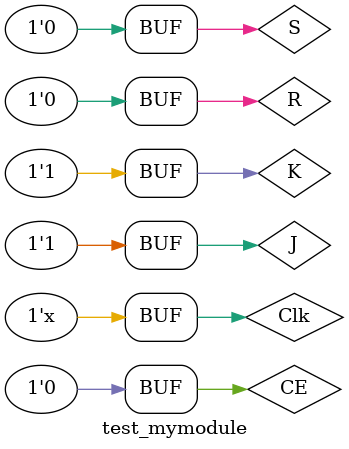
<source format=v>
`timescale 1ns / 1ps


module test_mymodule;

	// Inputs
	reg J;
	reg K;
	reg Clk;
	reg R;
	reg S;
	reg CE;

	// Outputs
	wire Qout;

	// Instantiate the Unit Under Test (UUT)
	mymodule uut (
		.J(J), 
		.K(K), 
		.Clk(Clk), 
		.R(R), 
		.S(S), 
		.CE(CE), 
		.Qout(Qout)
	);


    initial Clk = 0;
    always #10 Clk = ~Clk;
	 
	 
	 initial begin
        // Initialize Inputs
        J = 0;
        K = 0;
        R = 0;
        S = 0;
        CE = 0;
        #30;
        
        R = 1;  #50;
        R = 0;
        S = 1;  #50;
        S = 0;
        J = 1;  K = 1;  #50;
        CE = 1; #50;
        J = 0;  K = 0;  #50;
        J = 0;  K = 1;  #50;
        J = 1;  K = 0;  #50;
        J = 1;  K = 1;  #50;
        CE = 0;
    
	 

	end

	initial begin
		$monitor("J=%d, K=%d , Reset=%d , Set=%d , ClockEnable=%d",J,K,R,S,CE);
	end

      
endmodule


</source>
